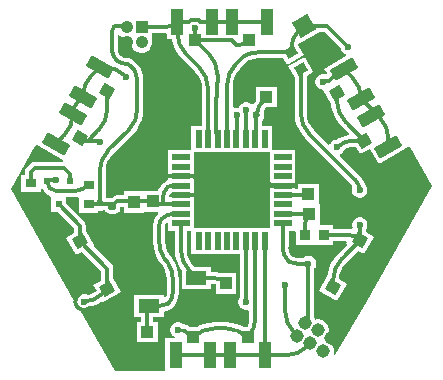
<source format=gtl>
G04*
G04 #@! TF.GenerationSoftware,Altium Limited,Altium Designer,21.9.1 (22)*
G04*
G04 Layer_Physical_Order=1*
G04 Layer_Color=255*
%FSLAX44Y44*%
%MOMM*%
G71*
G04*
G04 #@! TF.SameCoordinates,043B7ADD-777D-4B4F-A2BF-0A1D89707C51*
G04*
G04*
G04 #@! TF.FilePolarity,Positive*
G04*
G01*
G75*
%ADD16R,1.5000X0.5500*%
%ADD17R,0.5500X1.5000*%
%ADD18R,1.1000X1.0000*%
%ADD19R,1.0500X2.2000*%
%ADD20R,1.0000X1.0500*%
G04:AMPARAMS|DCode=21|XSize=1.05mm|YSize=2.2mm|CornerRadius=0mm|HoleSize=0mm|Usage=FLASHONLY|Rotation=120.000|XOffset=0mm|YOffset=0mm|HoleType=Round|Shape=Rectangle|*
%AMROTATEDRECTD21*
4,1,4,1.2151,0.0953,-0.6901,-1.0047,-1.2151,-0.0953,0.6901,1.0047,1.2151,0.0953,0.0*
%
%ADD21ROTATEDRECTD21*%

G04:AMPARAMS|DCode=22|XSize=1mm|YSize=1.05mm|CornerRadius=0mm|HoleSize=0mm|Usage=FLASHONLY|Rotation=120.000|XOffset=0mm|YOffset=0mm|HoleType=Round|Shape=Rectangle|*
%AMROTATEDRECTD22*
4,1,4,0.7047,-0.1705,-0.2047,-0.6955,-0.7047,0.1705,0.2047,0.6955,0.7047,-0.1705,0.0*
%
%ADD22ROTATEDRECTD22*%

G04:AMPARAMS|DCode=23|XSize=1.05mm|YSize=2.2mm|CornerRadius=0mm|HoleSize=0mm|Usage=FLASHONLY|Rotation=240.000|XOffset=0mm|YOffset=0mm|HoleType=Round|Shape=Rectangle|*
%AMROTATEDRECTD23*
4,1,4,-0.6901,1.0047,1.2151,-0.0953,0.6901,-1.0047,-1.2151,0.0953,-0.6901,1.0047,0.0*
%
%ADD23ROTATEDRECTD23*%

G04:AMPARAMS|DCode=24|XSize=1mm|YSize=1.05mm|CornerRadius=0mm|HoleSize=0mm|Usage=FLASHONLY|Rotation=240.000|XOffset=0mm|YOffset=0mm|HoleType=Round|Shape=Rectangle|*
%AMROTATEDRECTD24*
4,1,4,-0.2047,0.6955,0.7047,0.1705,0.2047,-0.6955,-0.7047,-0.1705,-0.2047,0.6955,0.0*
%
%ADD24ROTATEDRECTD24*%

G04:AMPARAMS|DCode=25|XSize=0.79mm|YSize=0.93mm|CornerRadius=0mm|HoleSize=0mm|Usage=FLASHONLY|Rotation=300.000|XOffset=0mm|YOffset=0mm|HoleType=Round|Shape=Rectangle|*
%AMROTATEDRECTD25*
4,1,4,-0.6002,0.1096,0.2052,0.5746,0.6002,-0.1096,-0.2052,-0.5746,-0.6002,0.1096,0.0*
%
%ADD25ROTATEDRECTD25*%

%ADD26R,0.9000X0.9700*%
%ADD27R,1.0000X1.1000*%
%ADD28R,0.9300X0.7900*%
G04:AMPARAMS|DCode=29|XSize=0.6mm|YSize=0.6mm|CornerRadius=0.075mm|HoleSize=0mm|Usage=FLASHONLY|Rotation=270.000|XOffset=0mm|YOffset=0mm|HoleType=Round|Shape=RoundedRectangle|*
%AMROUNDEDRECTD29*
21,1,0.6000,0.4500,0,0,270.0*
21,1,0.4500,0.6000,0,0,270.0*
1,1,0.1500,-0.2250,-0.2250*
1,1,0.1500,-0.2250,0.2250*
1,1,0.1500,0.2250,0.2250*
1,1,0.1500,0.2250,-0.2250*
%
%ADD29ROUNDEDRECTD29*%
%ADD30R,0.6000X0.6000*%
%ADD31R,1.8000X1.2000*%
%ADD52C,0.3000*%
%ADD53C,1.1430*%
%ADD54C,1.0600*%
%ADD55R,1.0600X1.0600*%
%ADD56C,1.5000*%
%ADD57P,2.1213X4X345.0*%
%ADD58C,0.6000*%
G36*
X854710Y759080D02*
Y758934D01*
X855153Y757281D01*
X856009Y755799D01*
X857219Y754589D01*
X858701Y753733D01*
X859193Y753601D01*
X859373Y752238D01*
X840558Y741376D01*
X842886Y737343D01*
X842268Y736563D01*
X841984Y736365D01*
X840436Y736780D01*
X838724D01*
X837071Y736337D01*
X835589Y735481D01*
X834379Y734271D01*
X833523Y732789D01*
X833080Y731136D01*
Y729424D01*
X833523Y727771D01*
X834379Y726289D01*
X835589Y725079D01*
X837071Y724223D01*
X838724Y723780D01*
X838725D01*
X838919Y723765D01*
X839831Y723635D01*
X846744Y711661D01*
X846940Y709171D01*
X848057Y704518D01*
X849888Y700097D01*
X852388Y696017D01*
X855474Y692403D01*
X855493Y692375D01*
X861553Y686315D01*
X861125Y685120D01*
X860874Y685095D01*
X856183Y683672D01*
X851859Y681361D01*
X851578Y681130D01*
X850834D01*
X849181Y680687D01*
X847699Y679831D01*
X846489Y678621D01*
X845795Y677420D01*
X844430Y676990D01*
X831974Y689445D01*
X831778Y689577D01*
X829392Y692483D01*
X827510Y696005D01*
X826350Y699827D01*
X825982Y703569D01*
X826028Y703801D01*
Y735280D01*
X831713Y738562D01*
X824263Y751466D01*
X810147Y743316D01*
X815832Y733469D01*
Y703801D01*
X815839Y703768D01*
X816211Y699031D01*
X817329Y694378D01*
X819160Y689957D01*
X821660Y685877D01*
X824746Y682263D01*
X824765Y682236D01*
X863598Y643402D01*
X863682Y643346D01*
X864769Y641929D01*
X865025Y641312D01*
X864745Y640828D01*
X864302Y639175D01*
Y637463D01*
X864745Y635810D01*
X865601Y634328D01*
X866811Y633118D01*
X868293Y632262D01*
X869946Y631819D01*
X871658D01*
X873311Y632262D01*
X874793Y633118D01*
X876003Y634328D01*
X876859Y635810D01*
X877302Y637463D01*
Y639175D01*
X876859Y640828D01*
X876003Y642310D01*
X875093Y643220D01*
X874563Y644966D01*
X872958Y647969D01*
X870889Y650491D01*
X870808Y650611D01*
Y650611D01*
X870808Y650611D01*
X854050Y667370D01*
X854480Y668735D01*
X855681Y669429D01*
X856891Y670639D01*
X857747Y672121D01*
X858030Y673176D01*
X860077Y674270D01*
X862859Y675114D01*
X864100Y675237D01*
X865610Y675385D01*
X865753Y675357D01*
X867463D01*
X871295Y668719D01*
X879523Y673469D01*
X887023Y660478D01*
X912137Y674978D01*
X913361Y674671D01*
X932507Y641935D01*
X876870Y544600D01*
X849934Y498674D01*
X848752Y499168D01*
X849294Y501188D01*
Y503615D01*
X848665Y505958D01*
X847452Y508060D01*
X845737Y509775D01*
X843635Y510989D01*
X841916Y511449D01*
X841545Y512833D01*
X842804Y514092D01*
X844017Y516193D01*
X844645Y518537D01*
Y520963D01*
X844017Y523307D01*
X842804Y525408D01*
X841088Y527124D01*
X838987Y528337D01*
X836643Y528965D01*
X834217D01*
X833272Y528712D01*
X833018Y529657D01*
X832269Y530955D01*
X832480Y533098D01*
X832528Y533339D01*
Y572186D01*
X832631Y572289D01*
X833487Y573771D01*
X833930Y575424D01*
Y577136D01*
X833487Y578789D01*
X832631Y580271D01*
X831421Y581481D01*
X829939Y582337D01*
X828286Y582780D01*
X826574D01*
X824921Y582337D01*
X823439Y581481D01*
X823336Y581378D01*
X817749D01*
X817560Y581340D01*
X814979Y581680D01*
X813728Y582198D01*
X812255Y584118D01*
X810982Y587191D01*
X810580Y590246D01*
X810628Y590488D01*
Y604070D01*
X816530D01*
X816710Y602875D01*
Y592220D01*
X848410D01*
Y595472D01*
X859487D01*
X860220Y594202D01*
X859635Y593189D01*
X859767Y593113D01*
X859932Y591854D01*
X852193Y584114D01*
X852174Y584086D01*
X849088Y580473D01*
X846588Y576393D01*
X844756Y571972D01*
X843639Y567319D01*
X843488Y565397D01*
X836530Y553345D01*
X851686Y544595D01*
X860186Y559318D01*
X853452Y563206D01*
X853778Y566523D01*
X854937Y570344D01*
X856820Y573866D01*
X859205Y576773D01*
X859402Y576904D01*
X869811Y587314D01*
X874791Y584439D01*
X883291Y599161D01*
X876561Y603047D01*
Y605753D01*
X876947Y606421D01*
X877390Y608074D01*
Y609786D01*
X876947Y611439D01*
X876091Y612921D01*
X874881Y614131D01*
X873399Y614987D01*
X871746Y615430D01*
X870034D01*
X868381Y614987D01*
X866899Y614131D01*
X865689Y612921D01*
X864833Y611439D01*
X864390Y609786D01*
Y608074D01*
X864797Y606554D01*
X864557Y606077D01*
X863980Y605359D01*
X860864Y605666D01*
X860853Y605668D01*
X848410D01*
Y608920D01*
X837978D01*
X837230Y609880D01*
Y626880D01*
X836520D01*
Y643600D01*
X818520D01*
Y639418D01*
X816530D01*
Y640570D01*
X794530D01*
Y628070D01*
Y620070D01*
Y612070D01*
Y606320D01*
X730530D01*
Y612070D01*
Y620070D01*
Y632570D01*
X710465D01*
X709665Y633840D01*
X710340Y635470D01*
X710800Y636070D01*
X730530D01*
Y648570D01*
X708530D01*
Y646903D01*
X706675Y646135D01*
X704921Y644789D01*
X704705Y644645D01*
X704691Y644623D01*
X702243Y641641D01*
X700413Y638216D01*
X700311Y637880D01*
X687670D01*
Y637440D01*
X671580D01*
Y633978D01*
X665490D01*
X663539Y633590D01*
X661885Y632485D01*
X660955Y631554D01*
X659830Y631778D01*
X655753D01*
Y654054D01*
X655707Y654286D01*
X656075Y658028D01*
X657234Y661850D01*
X659117Y665371D01*
X661502Y668278D01*
X661699Y668410D01*
X678835Y685546D01*
X678854Y685574D01*
X681940Y689187D01*
X684440Y693267D01*
X686272Y697688D01*
X687389Y702341D01*
X687761Y707078D01*
X687768Y707111D01*
Y731020D01*
X687790D01*
X687310Y735891D01*
X685890Y740574D01*
X685813Y740718D01*
X685432Y741470D01*
X685406Y741599D01*
X685243Y741843D01*
X685243Y741843D01*
X684301Y743253D01*
X680722Y746831D01*
X680643Y746884D01*
X678244Y748853D01*
X677928Y749112D01*
X677164Y749521D01*
X676523Y749927D01*
X675746Y750081D01*
X675349Y750161D01*
X674573Y750315D01*
X673342Y750409D01*
X671641Y750633D01*
X668910Y751764D01*
X668852Y751809D01*
X667422Y753672D01*
X666383Y756181D01*
X666052Y758692D01*
X666088Y758874D01*
Y769601D01*
X667358Y770127D01*
X668257Y769228D01*
X670263Y768070D01*
X672501Y767470D01*
X674818D01*
X676290Y767864D01*
X677560Y767470D01*
X677954Y766200D01*
X677560Y764728D01*
Y762411D01*
X678160Y760173D01*
X679318Y758167D01*
X680957Y756528D01*
X682963Y755370D01*
X685201Y754770D01*
X687518D01*
X689757Y755370D01*
X691763Y756528D01*
X693402Y758167D01*
X694560Y760173D01*
X695160Y762411D01*
Y764728D01*
X694766Y766200D01*
X695160Y767470D01*
X695160D01*
Y771172D01*
X704759D01*
Y771166D01*
X706729Y771360D01*
X707670Y770507D01*
Y766600D01*
X711733D01*
X712818Y762078D01*
X714650Y757657D01*
X717150Y753577D01*
X720236Y749964D01*
X720255Y749936D01*
X731486Y738705D01*
X731682Y738573D01*
X734068Y735667D01*
X735950Y732145D01*
X737110Y728323D01*
X737478Y724581D01*
X737432Y724349D01*
Y692320D01*
X728280D01*
Y672570D01*
X708530D01*
Y660070D01*
Y652070D01*
X730530D01*
Y660070D01*
Y670320D01*
X794530D01*
Y660070D01*
Y652070D01*
Y644070D01*
X816530D01*
Y652070D01*
Y660070D01*
Y672570D01*
X796780D01*
Y692320D01*
X788113D01*
Y697321D01*
X788701Y697909D01*
X789557Y699391D01*
X790000Y701044D01*
Y702756D01*
X789557Y704409D01*
X789303Y704849D01*
X789595Y705810D01*
X791150Y708720D01*
X800700D01*
Y725720D01*
X782700D01*
Y714233D01*
X781245Y711858D01*
X781000Y711268D01*
X779502Y710970D01*
X778901Y711571D01*
X777419Y712427D01*
X775766Y712870D01*
X774054D01*
X772401Y712427D01*
X770919Y711571D01*
X769709Y710361D01*
X768853Y708879D01*
X768651Y708125D01*
X767625Y708400D01*
X765913D01*
X764898Y708128D01*
X763628Y708951D01*
Y727175D01*
X763581Y727407D01*
X763950Y731149D01*
X765109Y734971D01*
X766992Y738493D01*
X769377Y741399D01*
X769574Y741531D01*
X775743Y747699D01*
X777357Y748562D01*
X781178Y749721D01*
X784920Y750090D01*
X785153Y750044D01*
X806263D01*
X809397Y744615D01*
X823513Y752765D01*
X818409Y761606D01*
X818777Y762510D01*
X820032Y762690D01*
X820032D01*
X837228Y772618D01*
X841172D01*
X854710Y759080D01*
D02*
G37*
G36*
X620079Y663538D02*
X619739Y662268D01*
X595620D01*
X593669Y661880D01*
X592015Y660775D01*
X588905Y657665D01*
X587800Y656011D01*
X587412Y654060D01*
Y651630D01*
X584360D01*
Y636730D01*
X600660D01*
Y639810D01*
X602666D01*
X602702Y639691D01*
X603269Y638631D01*
X603419Y638349D01*
X603460Y638144D01*
X603859Y637526D01*
X603869Y637532D01*
X604565Y636491D01*
X604557Y636483D01*
X607194Y634459D01*
X608800Y633794D01*
X609490Y632810D01*
Y619810D01*
X615280D01*
X628874Y606217D01*
Y601970D01*
X622144Y598085D01*
X630644Y583363D01*
X635624Y586238D01*
X652094Y569768D01*
Y561912D01*
X645364Y558027D01*
X648112Y553267D01*
X646507Y551950D01*
X643599Y550395D01*
X640718Y549521D01*
X639671Y550126D01*
X638018Y550569D01*
X636306D01*
X634653Y550126D01*
X633171Y549270D01*
X631961Y548060D01*
X631105Y546578D01*
X630706Y545089D01*
X630223Y544891D01*
X629392Y544827D01*
X599430Y596990D01*
X575281Y639620D01*
X596335Y676209D01*
X597562Y676538D01*
X620079Y663538D01*
D02*
G37*
G36*
X633330Y631847D02*
Y619230D01*
X649630D01*
Y620534D01*
X649757Y620632D01*
X651469D01*
X653122Y621075D01*
X654000Y621582D01*
X655199D01*
X655307Y621042D01*
X656246Y619636D01*
X657652Y618696D01*
X659310Y618367D01*
X663810D01*
X665468Y618696D01*
X666874Y619636D01*
X667813Y621042D01*
X668143Y622700D01*
Y623782D01*
X671580D01*
Y619440D01*
X688580D01*
Y619880D01*
X699827D01*
X700384Y618614D01*
X699983Y618047D01*
X699983Y618047D01*
X697835Y615248D01*
X696485Y611989D01*
X696025Y608492D01*
X696042D01*
Y594761D01*
X696049Y594728D01*
X696422Y589991D01*
X697539Y585338D01*
X699370Y580917D01*
X700307Y579387D01*
X700451Y579152D01*
X700468Y579070D01*
X700883Y578439D01*
X700966Y578312D01*
X701573Y577416D01*
X702386Y576550D01*
X704230Y574303D01*
X706112Y570781D01*
X707271Y566960D01*
X707640Y563218D01*
X707594Y562985D01*
Y551828D01*
X707620Y551696D01*
X707348Y549632D01*
X706501Y547587D01*
X706462Y547536D01*
X705192Y547967D01*
Y549688D01*
X680192D01*
Y530689D01*
X686022D01*
Y527000D01*
X682120D01*
Y510000D01*
X700120D01*
Y527000D01*
X696218D01*
Y530689D01*
X705192D01*
Y535591D01*
X709059Y536764D01*
X710432Y537497D01*
X710678Y537546D01*
X711128Y537847D01*
X712332Y538651D01*
X712378Y538721D01*
X714642Y541480D01*
X716364Y544700D01*
X717423Y548194D01*
X717773Y551745D01*
X717790Y551828D01*
Y562985D01*
X717783Y563018D01*
X717410Y567756D01*
X716293Y572408D01*
X714462Y576829D01*
X713381Y578594D01*
X713364Y578676D01*
X712952Y579294D01*
X711962Y580909D01*
X709276Y584055D01*
X707720Y586965D01*
X706561Y590787D01*
X706192Y594529D01*
X706238Y594761D01*
Y608492D01*
X706221Y608580D01*
X706457Y609768D01*
X707130Y610775D01*
X707205Y610825D01*
X707276Y610931D01*
X707391Y611020D01*
X708530Y610458D01*
Y604070D01*
X714432D01*
Y587871D01*
X714439Y587838D01*
X714811Y583101D01*
X715929Y578448D01*
X717760Y574027D01*
X720192Y570059D01*
Y554688D01*
X745192D01*
Y559090D01*
X746677D01*
X746859Y559127D01*
X749110Y558830D01*
Y550660D01*
X766110D01*
Y568660D01*
X751455D01*
X750688Y568892D01*
X746677Y569287D01*
Y569286D01*
X745192D01*
Y573688D01*
X730343D01*
X727992Y576553D01*
X726110Y580075D01*
X724950Y583897D01*
X724582Y587639D01*
X724628Y587871D01*
Y604070D01*
X728280D01*
Y584320D01*
X769387D01*
Y547739D01*
X769239Y547591D01*
X768383Y546109D01*
X767940Y544456D01*
Y542744D01*
X768383Y541091D01*
X769239Y539609D01*
X770449Y538399D01*
X771931Y537543D01*
X773584Y537100D01*
X775296D01*
X776162Y537332D01*
X777432Y536435D01*
Y529694D01*
X777469Y529509D01*
X777151Y526282D01*
X776156Y523000D01*
X775894Y522510D01*
X772709D01*
X771583Y523200D01*
X767162Y525031D01*
X762510Y526148D01*
X757772Y526521D01*
X757739Y526528D01*
X747991D01*
X747958Y526521D01*
X743221Y526148D01*
X738568Y525031D01*
X734147Y523200D01*
X732890Y522430D01*
X727414D01*
X724430Y524025D01*
X721457Y524926D01*
X721045Y525339D01*
X719563Y526194D01*
X717910Y526637D01*
X716198D01*
X714545Y526194D01*
X713063Y525339D01*
X711853Y524128D01*
X710997Y522646D01*
X710554Y520993D01*
Y519282D01*
X710997Y517629D01*
X711853Y516146D01*
X713063Y514936D01*
X714337Y514200D01*
X714311Y513453D01*
X714117Y512930D01*
X706220D01*
Y485360D01*
X663549D01*
X633899Y536981D01*
X634429Y537706D01*
X634793Y537974D01*
X636306Y537569D01*
X638018D01*
X639671Y538012D01*
X641153Y538868D01*
X641674Y539389D01*
X645490Y540305D01*
X649397Y541923D01*
X652203Y543642D01*
X653858Y543314D01*
X653864Y543305D01*
X669019Y552055D01*
X662290Y563711D01*
Y571879D01*
X661901Y573830D01*
X660796Y575484D01*
X645503Y590778D01*
X645668Y592037D01*
X645800Y592113D01*
X639070Y603769D01*
Y608328D01*
X638682Y610279D01*
X637577Y611933D01*
X622490Y627020D01*
Y632765D01*
X630490D01*
X631224Y632911D01*
X632060Y632993D01*
X633330Y631847D01*
D02*
G37*
D16*
X719530Y666320D02*
D03*
Y658320D02*
D03*
Y650320D02*
D03*
Y642320D02*
D03*
Y634320D02*
D03*
Y626320D02*
D03*
Y618320D02*
D03*
Y610320D02*
D03*
X805530D02*
D03*
Y618320D02*
D03*
Y626320D02*
D03*
Y634320D02*
D03*
Y642320D02*
D03*
Y650320D02*
D03*
Y658320D02*
D03*
Y666320D02*
D03*
D17*
X734530Y595320D02*
D03*
X742530D02*
D03*
X750530D02*
D03*
X758530D02*
D03*
X766530D02*
D03*
X774530D02*
D03*
X782530D02*
D03*
X790530D02*
D03*
Y681320D02*
D03*
X782530D02*
D03*
X774530D02*
D03*
X766530D02*
D03*
X758530D02*
D03*
X750530D02*
D03*
X742530D02*
D03*
X734530D02*
D03*
D18*
X791700Y717220D02*
D03*
X808700D02*
D03*
X691120Y518500D02*
D03*
X674120D02*
D03*
X828230Y618380D02*
D03*
X845230D02*
D03*
X844520Y635100D02*
D03*
X827520D02*
D03*
D19*
X792190Y781050D02*
D03*
X762690D02*
D03*
X761180Y498510D02*
D03*
X790680D02*
D03*
X714970Y498430D02*
D03*
X744470D02*
D03*
X745920Y781100D02*
D03*
X716420D02*
D03*
D20*
X777440Y765800D02*
D03*
X775930Y513760D02*
D03*
X729720Y513680D02*
D03*
X731170Y765850D02*
D03*
D21*
X613390Y600248D02*
D03*
X628140Y574700D02*
D03*
X895205Y675306D02*
D03*
X880455Y700854D02*
D03*
X872240Y715500D02*
D03*
X857490Y741048D02*
D03*
X651360Y534642D02*
D03*
X636610Y560190D02*
D03*
D22*
X633972Y595099D02*
D03*
X874623Y680455D02*
D03*
X851658Y720649D02*
D03*
X657192Y555041D02*
D03*
D23*
X877295Y575776D02*
D03*
X892045Y601324D02*
D03*
X628090Y703080D02*
D03*
X613340Y677532D02*
D03*
X651250Y743088D02*
D03*
X636500Y717540D02*
D03*
X868940Y561480D02*
D03*
X854190Y535932D02*
D03*
D24*
X871463Y596175D02*
D03*
X633922Y682681D02*
D03*
X657082Y722689D02*
D03*
X848358Y556331D02*
D03*
D25*
X820930Y740939D02*
D03*
X812730Y755142D02*
D03*
D26*
X840410Y600570D02*
D03*
X824710D02*
D03*
D27*
X680080Y628440D02*
D03*
Y645440D02*
D03*
X696170Y628880D02*
D03*
Y645880D02*
D03*
X757610Y559660D02*
D03*
Y542660D02*
D03*
D28*
X641480Y626680D02*
D03*
Y643080D02*
D03*
X592510Y627780D02*
D03*
Y644180D02*
D03*
D29*
X661560Y624950D02*
D03*
Y646950D02*
D03*
D30*
X625490Y646310D02*
D03*
X606490D02*
D03*
X615990Y626310D02*
D03*
D31*
X692692Y540188D02*
D03*
X732692D02*
D03*
Y564188D02*
D03*
X692692D02*
D03*
D52*
X766440Y761560D02*
G03*
X766638Y761566I-0J3000D01*
G01*
X635605Y555205D02*
G03*
X635598Y555234I-2915J-708D01*
G01*
X647354Y536660D02*
G03*
X646329Y537715I-2598J-1500D01*
G01*
X634917Y567010D02*
G03*
X632339Y570501I-12889J-6820D01*
G01*
X634272Y550488D02*
G03*
X635911Y554040I-1246J2729D01*
G01*
X644813Y538640D02*
G03*
X641437Y538475I-1567J-2558D01*
G01*
X634272Y550488D02*
G03*
X641437Y538475I2890J-6419D01*
G01*
X635605Y555205D02*
G03*
X635911Y554040I24712J5872D01*
G01*
X637162Y544069D02*
G03*
X652624Y550474I0J21867D01*
G01*
X649642Y688957D02*
G03*
X657082Y706917I-17960J17960D01*
G01*
X790455Y715975D02*
G03*
X783281Y701681I17960J-17960D01*
G01*
D02*
G03*
X783015Y698014I25134J-3667D01*
G01*
X628140Y574977D02*
G03*
X620700Y592937I-25400J0D01*
G01*
X871463Y607546D02*
G03*
X870890Y608930I-1957J0D01*
G01*
X871463Y596175D02*
G03*
X860853Y600570I-10610J-10610D01*
G01*
X820930Y703801D02*
G03*
X828370Y685840I25400J0D01*
G01*
X870802Y638319D02*
G03*
X867203Y647007I-12286J0D01*
G01*
X820170Y775107D02*
G03*
X812730Y757146I17960J-17960D01*
G01*
X825638Y634320D02*
G03*
X827520Y635100I0J2662D01*
G01*
X797630Y642321D02*
G03*
X794662Y643550I-2968J-2968D01*
G01*
X727313Y516087D02*
G03*
X716780Y520450I-10533J-10533D01*
G01*
X747991Y521430D02*
G03*
X730031Y513990I0J-25400D01*
G01*
X789464Y498430D02*
G03*
X790530Y498872I0J1508D01*
G01*
X808317Y498510D02*
G03*
X826278Y505950I0J25400D01*
G01*
X807785Y535919D02*
G03*
X815225Y517958I25400J0D01*
G01*
X853868Y535611D02*
G03*
X846429Y517650I17960J-17960D01*
G01*
X810731Y577932D02*
G03*
X817749Y576280I7019J14088D01*
G01*
X805530Y590488D02*
G03*
X810731Y577932I17757J0D01*
G01*
X824432Y526100D02*
G03*
X827430Y533339I-7239J7239D01*
G01*
X665513Y747955D02*
G03*
X674573Y745217I9060J13617D01*
G01*
X661198Y756348D02*
G03*
X665513Y747955I15233J2526D01*
G01*
X660990Y758874D02*
G03*
X661198Y756348I15441J0D01*
G01*
X677117Y743227D02*
G03*
X674573Y745217I-9408J-9408D01*
G01*
X673660Y776270D02*
G03*
X670208Y777700I-3452J-3452D01*
G01*
X662770Y776620D02*
G03*
X660990Y772320I4303J-4300D01*
G01*
X662772Y776622D02*
G03*
X662770Y776620I4302J-4302D01*
G01*
X682670Y731020D02*
G03*
X680696Y739648I-19845J0D01*
G01*
X675230Y689150D02*
G03*
X682670Y707111I-17960J17960D01*
G01*
X863527Y680330D02*
G03*
X851692Y674632I2226J-19763D01*
G01*
X865753Y680455D02*
G03*
X863527Y680330I0J-19888D01*
G01*
X703600Y614430D02*
G03*
X701140Y608492I5938J-5938D01*
G01*
X712992Y618320D02*
G03*
X703600Y614430I0J-13282D01*
G01*
X701140Y594761D02*
G03*
X705178Y581021I25400J0D01*
G01*
X735660Y647160D02*
G03*
X728031Y650320I-7629J-7629D01*
G01*
X730492Y634320D02*
G03*
X733920Y635740I0J4848D01*
G01*
D02*
G03*
X735660Y639941I-4201J4201D01*
G01*
X711401Y642320D02*
G03*
X708310Y641040I0J-4371D01*
G01*
D02*
G03*
X704000Y630635I10405J-10405D01*
G01*
X757610Y559660D02*
G03*
X746677Y564188I-10933J-10933D01*
G01*
X658094Y672014D02*
G03*
X650655Y654054I17960J-17960D01*
G01*
X671612Y735648D02*
G03*
X653651Y743088I-17960J-17960D01*
G01*
X704759Y776270D02*
G03*
X716420Y781100I0J16491D01*
G01*
X809450Y715409D02*
G03*
X808700Y717220I-2561J0D01*
G01*
X749520Y710670D02*
G03*
X749510Y710180I12570J-490D01*
G01*
X692692Y540188D02*
G03*
X691120Y536394I3795J-3795D01*
G01*
X738659Y542660D02*
G03*
X732692Y540188I0J-8439D01*
G01*
X872240Y715777D02*
G03*
X864800Y733737I-25400J0D01*
G01*
X895205Y682014D02*
G03*
X887766Y699975I-25400J0D01*
G01*
X851658Y713941D02*
G03*
X859098Y695980I25400J0D01*
G01*
X708654Y576726D02*
G03*
X705252Y580946I-21363J-13740D01*
G01*
X712692Y562985D02*
G03*
X708654Y576726I-25400J0D01*
G01*
X700605Y540188D02*
G03*
X708727Y542256I0J16986D01*
G01*
D02*
G03*
X712692Y551828I-9572J9572D01*
G01*
X719530Y587871D02*
G03*
X726970Y569911I25400J0D01*
G01*
X775930Y513760D02*
G03*
X782530Y529694I-15934J15934D01*
G01*
X775700Y513990D02*
G03*
X757739Y521430I-17960J-17960D01*
G01*
X855797Y580509D02*
G03*
X848358Y562549I17960J-17960D01*
G01*
X884605Y566348D02*
G03*
X892045Y584309I-17960J17960D01*
G01*
X828170Y618320D02*
G03*
X824710Y609882I8558J-8438D01*
G01*
X828230Y618380D02*
G03*
X828171Y618320I8498J-8498D01*
G01*
X785153Y755142D02*
G03*
X772731Y751897I0J-25400D01*
G01*
X633922Y682681D02*
G03*
X640216Y680074I6295J6295D01*
G01*
X643940Y735777D02*
G03*
X636500Y717817I17960J-17960D01*
G01*
X620650Y684843D02*
G03*
X628090Y702803I-17960J17960D01*
G01*
X632368Y713408D02*
G03*
X628090Y703080I10328J-10328D01*
G01*
X765969Y745135D02*
G03*
X758530Y727175I17960J-17960D01*
G01*
X750527Y735850D02*
G03*
X750530Y735968I-2998J120D01*
G01*
X742530Y724349D02*
G03*
X735090Y742310I-25400J0D01*
G01*
X716420Y771501D02*
G03*
X723859Y753541I25400J0D01*
G01*
X750530Y735969D02*
G03*
X743090Y753930I-25400J0D01*
G01*
X606490Y646196D02*
G03*
X608170Y640095I11916J0D01*
G01*
X630490Y637863D02*
G03*
X641480Y643080I-1830J18037D01*
G01*
X608170Y640095D02*
G03*
X613560Y637863I5390J5390D01*
G01*
X736010Y781100D02*
X762690D01*
X732046Y765164D02*
X762836D01*
X728090Y782520D02*
X734589D01*
X716420Y781100D02*
X726670D01*
X728090Y782520D01*
X731170Y766040D02*
X732046Y765164D01*
X762690Y781100D02*
X792140D01*
X731170Y765850D02*
X731690Y766370D01*
Y775520D01*
X734589Y782520D02*
X736010Y781100D01*
X762836Y765164D02*
X766440Y761560D01*
X766638Y761566D02*
X773940Y762050D01*
X777440Y765800D01*
X635580Y555265D02*
X635598Y555234D01*
X635598Y555234D01*
X647354Y536660D02*
X651360Y534642D01*
X647354Y536660D02*
X647354D01*
X634917Y561606D02*
X635082Y560030D01*
X635580Y555265D01*
X634917Y561606D02*
Y567010D01*
X644813Y538640D02*
X646329Y537715D01*
X652624Y550474D02*
X657192Y555041D01*
X774530Y681320D02*
X774720Y681510D01*
Y706180D02*
X774910Y706370D01*
X774720Y681510D02*
Y706180D01*
X766530Y681320D02*
X766649Y681440D01*
Y701780D02*
X766769Y701900D01*
X766649Y681440D02*
Y701780D01*
X642193Y681507D02*
X649642Y688957D01*
X640216Y680074D02*
X650356D01*
X783015Y681805D02*
Y698014D01*
X650655Y626680D02*
Y654054D01*
X641706Y626906D02*
X650387D01*
X650613Y627132D01*
X641480Y626680D02*
X641706Y626906D01*
X628140Y574700D02*
Y574977D01*
X613390Y600248D02*
X620700Y592937D01*
X628140Y574700D02*
X632339Y570501D01*
X855797Y580509D02*
X871463Y596175D01*
Y607546D01*
X828370Y685840D02*
X867203Y647007D01*
X840410Y600570D02*
X860853D01*
X843283Y777717D02*
X861210Y759790D01*
X824058Y777717D02*
X843283D01*
X820170Y775107D02*
X823850Y778787D01*
X805530Y634320D02*
X825638D01*
X735660Y643550D02*
X794662D01*
X729720Y513680D02*
X730031Y513990D01*
X727313Y516087D02*
X729720Y513680D01*
X826278Y505950D02*
X829080Y508751D01*
X744470Y498430D02*
X789464D01*
X790530Y498872D02*
X791331D01*
X790530D02*
Y595320D01*
X790680Y498510D02*
X808317D01*
X815225Y517958D02*
X818082Y515102D01*
X807785Y535919D02*
Y558660D01*
X854190Y535932D02*
X884605Y566348D01*
X853868Y535611D02*
X854190Y535932D01*
X846429Y513400D02*
Y517650D01*
X817749Y576280D02*
X827430D01*
X805530Y590488D02*
Y610320D01*
X827430Y533339D02*
Y576280D01*
X660990Y758874D02*
Y772320D01*
X677117Y743227D02*
X680696Y739648D01*
X663850Y777700D02*
X670208D01*
X662772Y776622D02*
X663850Y777700D01*
X662770Y776620D02*
X662772Y776622D01*
X682670Y707111D02*
Y731020D01*
X658094Y672014D02*
X675230Y689150D01*
X865753Y680455D02*
X874623D01*
X859098Y695980D02*
X874623Y680455D01*
X701140Y594761D02*
Y608492D01*
X735660Y643550D02*
Y647160D01*
Y639941D02*
Y643550D01*
X719530Y650320D02*
X728031D01*
X719530Y634320D02*
X730492D01*
X711401Y642320D02*
X719530D01*
X704000Y626320D02*
X719530D01*
X698730D02*
X704000D01*
Y630635D01*
X726970Y569911D02*
X732692Y564188D01*
X746677D01*
X671612Y735648D02*
X672690Y734570D01*
X650655Y626680D02*
X659830D01*
X731170Y765850D02*
X743090Y753930D01*
X716420Y771501D02*
Y781100D01*
X686360Y776270D02*
X704759D01*
X809450Y703590D02*
Y715409D01*
X783500Y701900D02*
X784849D01*
X790455Y715975D02*
X791700Y717220D01*
X820930Y703801D02*
Y740939D01*
X749520Y710670D02*
X750527Y735850D01*
X749510Y687320D02*
Y710180D01*
X758530Y681320D02*
Y727175D01*
X749510Y687320D02*
X750530Y681320D01*
X782530D02*
X783015Y681805D01*
X633972Y595099D02*
X657192Y571879D01*
X633972Y595099D02*
X633972D01*
X657192Y555041D02*
Y571879D01*
X692692Y540188D02*
X700605D01*
X691120Y518500D02*
Y536394D01*
X738659Y542660D02*
X757610D01*
X844782Y730444D02*
X855386Y741048D01*
X839580Y730280D02*
X839744Y730444D01*
X844782D01*
X855386Y741048D02*
X857490D01*
X864800Y733737D01*
X872240Y715500D02*
Y715777D01*
Y715500D02*
X887766Y699975D01*
X895205Y675306D02*
Y682014D01*
X851658Y713941D02*
Y720649D01*
X774485Y595275D02*
X774530Y595320D01*
X774440Y543600D02*
X774485Y543645D01*
Y595275D01*
X705178Y581021D02*
X705252Y580946D01*
X705178Y581021D02*
X705178Y581021D01*
X712692Y551828D02*
Y562985D01*
X712992Y618320D02*
X719530D01*
Y587871D02*
Y610320D01*
X714970Y498430D02*
X744470D01*
X775700Y513990D02*
X775930Y513760D01*
X747991Y521430D02*
X757739D01*
X782530Y529694D02*
Y595320D01*
X848358Y556331D02*
Y562549D01*
X892045Y584309D02*
Y601324D01*
X828170Y618320D02*
X828230Y618380D01*
X828170Y618320D02*
X828171D01*
X805530D02*
X828170D01*
X824710Y600570D02*
Y609882D01*
X792140Y781100D02*
X792190Y781050D01*
X765969Y745135D02*
X772731Y751897D01*
X650356Y680074D02*
X650930Y679500D01*
X643940Y735777D02*
X651250Y743088D01*
X653651D01*
X657082Y706917D02*
Y722689D01*
X636500Y717540D02*
Y717817D01*
X632368Y713408D02*
X636500Y717540D01*
X628090Y702803D02*
Y703080D01*
X613340Y677532D02*
X620650Y684843D01*
X785153Y755142D02*
X812730D01*
Y757146D01*
X750530Y735968D02*
X750530Y735969D01*
X742530Y681320D02*
Y724349D01*
X723859Y753541D02*
X735090Y742310D01*
X613560Y637863D02*
X630490D01*
X606490Y646196D02*
Y646310D01*
X613790Y646670D02*
X614150Y647030D01*
X615990Y626310D02*
X633972Y608328D01*
Y595099D02*
Y608328D01*
X606490Y646310D02*
X606850Y646670D01*
X613790D01*
X625490Y646310D02*
Y652500D01*
X620820Y657170D02*
X625490Y652500D01*
X595620Y657170D02*
X620820D01*
X592510Y654060D02*
X595620Y657170D01*
X592510Y644180D02*
Y654060D01*
X625275Y646525D02*
X625490Y646310D01*
X665490Y628880D02*
X696170D01*
X659830Y626680D02*
X661560Y624950D01*
X665490Y628880D01*
X696170D02*
X698730Y626320D01*
D53*
X818082Y515102D02*
D03*
X824432Y526100D02*
D03*
X829080Y508751D02*
D03*
X835430Y519750D02*
D03*
X840079Y502402D02*
D03*
X846429Y513400D02*
D03*
D54*
X673660Y763570D02*
D03*
Y776270D02*
D03*
X686360Y763570D02*
D03*
D55*
Y776270D02*
D03*
D56*
X836758Y755720D02*
D03*
D57*
X824058Y777717D02*
D03*
D58*
X920001Y650000D02*
D03*
X925001Y640000D02*
D03*
X920001Y630000D02*
D03*
X910001Y670000D02*
D03*
X915001Y660000D02*
D03*
X910001Y650000D02*
D03*
X915001Y640000D02*
D03*
X910001Y630000D02*
D03*
X915001Y620000D02*
D03*
X910001Y610000D02*
D03*
X905001Y660000D02*
D03*
X900001Y650000D02*
D03*
X905001Y640000D02*
D03*
X900001Y630000D02*
D03*
X905001Y620000D02*
D03*
X900001Y610000D02*
D03*
X895001Y660000D02*
D03*
X890001Y650000D02*
D03*
X895001Y640000D02*
D03*
X890001Y630000D02*
D03*
X895001Y620000D02*
D03*
X890001Y590000D02*
D03*
X860001Y550000D02*
D03*
X855000Y520000D02*
D03*
X825000Y760000D02*
D03*
X820000Y670000D02*
D03*
X825000Y660000D02*
D03*
X820000Y650000D02*
D03*
X810000Y730000D02*
D03*
Y690000D02*
D03*
X815000Y680000D02*
D03*
X800000Y730000D02*
D03*
Y690000D02*
D03*
X805000Y680000D02*
D03*
X795000Y700000D02*
D03*
X725000Y740000D02*
D03*
X720000Y730000D02*
D03*
X725000Y720000D02*
D03*
Y700000D02*
D03*
X710000Y750000D02*
D03*
X715000Y740000D02*
D03*
X710000Y730000D02*
D03*
X715000Y720000D02*
D03*
Y700000D02*
D03*
X710000Y590000D02*
D03*
X700000Y750000D02*
D03*
X705000Y740000D02*
D03*
X700000Y730000D02*
D03*
X705000Y720000D02*
D03*
Y700000D02*
D03*
X700000Y670000D02*
D03*
X705000Y660000D02*
D03*
X690000Y750000D02*
D03*
X695000Y740000D02*
D03*
Y720000D02*
D03*
Y700000D02*
D03*
X690000Y670000D02*
D03*
X695000Y660000D02*
D03*
X690000Y610000D02*
D03*
Y590000D02*
D03*
X695000Y580000D02*
D03*
X680000Y670000D02*
D03*
X685000Y660000D02*
D03*
X680000Y610000D02*
D03*
X685000Y600000D02*
D03*
X680000Y590000D02*
D03*
X685000Y580000D02*
D03*
X670000Y670000D02*
D03*
X675000Y660000D02*
D03*
X670000Y650000D02*
D03*
Y610000D02*
D03*
X675000Y600000D02*
D03*
X670000Y590000D02*
D03*
X675000Y580000D02*
D03*
X670000Y570000D02*
D03*
X675000Y560000D02*
D03*
Y540000D02*
D03*
X665000Y660000D02*
D03*
X660000Y610000D02*
D03*
X665000Y600000D02*
D03*
X660000Y590000D02*
D03*
X665000Y580000D02*
D03*
X650000Y610000D02*
D03*
X655000Y600000D02*
D03*
X645000D02*
D03*
X610000Y610000D02*
D03*
X731690Y775520D02*
D03*
X774910Y706370D02*
D03*
X766769Y701900D02*
D03*
X740550Y643890D02*
D03*
X650613Y627132D02*
D03*
X637162Y544069D02*
D03*
X870890Y608930D02*
D03*
X870802Y638319D02*
D03*
X861210Y759790D02*
D03*
X717054Y520137D02*
D03*
X807632Y558199D02*
D03*
X851690Y674630D02*
D03*
X672690Y734570D02*
D03*
X809450Y703590D02*
D03*
X827430Y576280D02*
D03*
X783500Y701900D02*
D03*
X839580Y730280D02*
D03*
X774440Y543600D02*
D03*
X650930Y679500D02*
D03*
X614150Y647030D02*
D03*
M02*

</source>
